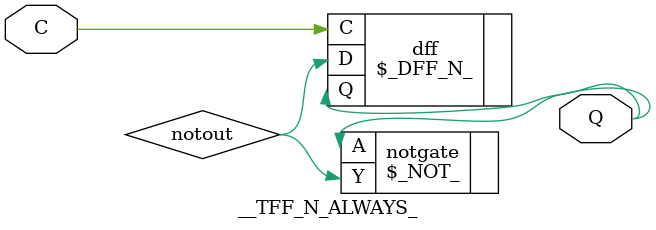
<source format=v>
module __TFF_N_ALWAYS_ (C, Q);
input C;
output wire Q;
wire notout;
$_NOT_ notgate (
    .A(Q),
    .Y(notout),
);
$_DFF_N_ dff (
    .C(C),
    .D(notout),
    .Q(Q),
);
endmodule
</source>
